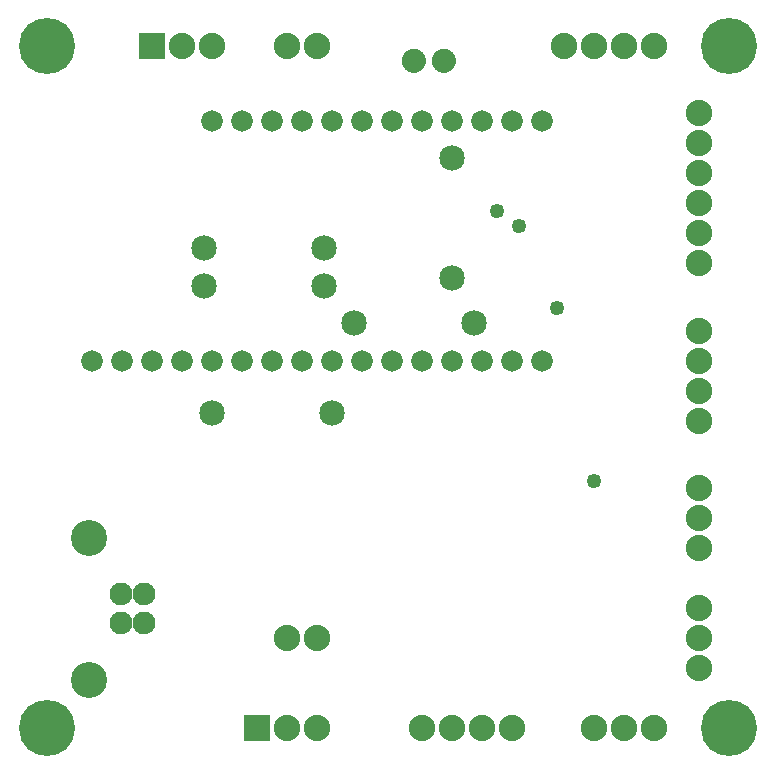
<source format=gts>
G04 MADE WITH FRITZING*
G04 WWW.FRITZING.ORG*
G04 DOUBLE SIDED*
G04 HOLES PLATED*
G04 CONTOUR ON CENTER OF CONTOUR VECTOR*
%ASAXBY*%
%FSLAX23Y23*%
%MOIN*%
%OFA0B0*%
%SFA1.0B1.0*%
%ADD10C,0.187165*%
%ADD11C,0.049370*%
%ADD12C,0.088000*%
%ADD13C,0.085000*%
%ADD14C,0.076000*%
%ADD15C,0.120000*%
%ADD16C,0.072000*%
%ADD17R,0.088000X0.088000*%
%ADD18R,0.001000X0.001000*%
%LNMASK1*%
G90*
G70*
G54D10*
X119Y125D03*
X119Y2400D03*
X2394Y125D03*
X2394Y2400D03*
G54D11*
X1944Y949D03*
X1819Y1525D03*
X1694Y1800D03*
X1619Y1850D03*
G54D12*
X919Y2400D03*
X1019Y2400D03*
X1019Y425D03*
X919Y425D03*
X2294Y325D03*
X2294Y425D03*
X2294Y525D03*
X2144Y125D03*
X2044Y125D03*
X1944Y125D03*
X2294Y725D03*
X2294Y825D03*
X2294Y925D03*
X1669Y125D03*
X1569Y125D03*
X1469Y125D03*
X1369Y125D03*
X2294Y1450D03*
X2294Y1350D03*
X2294Y1250D03*
X2294Y1150D03*
X2144Y2400D03*
X2044Y2400D03*
X1944Y2400D03*
X1844Y2400D03*
X2294Y2175D03*
X2294Y2075D03*
X2294Y1975D03*
X2294Y1875D03*
X2294Y1775D03*
X2294Y1675D03*
G54D13*
X1044Y1725D03*
X644Y1725D03*
X1044Y1600D03*
X644Y1600D03*
G54D12*
X469Y2400D03*
X569Y2400D03*
X669Y2400D03*
X819Y125D03*
X919Y125D03*
X1019Y125D03*
G54D14*
X444Y475D03*
X444Y573D03*
X366Y573D03*
X366Y475D03*
G54D15*
X259Y287D03*
X259Y761D03*
G54D14*
X444Y475D03*
X444Y573D03*
X366Y573D03*
X366Y475D03*
G54D15*
X259Y287D03*
X259Y761D03*
G54D16*
X1769Y1350D03*
X1669Y1350D03*
X1569Y1350D03*
X1469Y1350D03*
X1369Y1350D03*
X1269Y1350D03*
X1169Y1350D03*
X1069Y1350D03*
X969Y1350D03*
X869Y1350D03*
X769Y1350D03*
X669Y1350D03*
X569Y1350D03*
X469Y1350D03*
X369Y1350D03*
X269Y1350D03*
X669Y2150D03*
X769Y2150D03*
X869Y2150D03*
X969Y2150D03*
X1069Y2150D03*
X1169Y2150D03*
X1269Y2150D03*
X1369Y2150D03*
X1469Y2150D03*
X1569Y2150D03*
X1669Y2150D03*
X1769Y2150D03*
G54D13*
X669Y1175D03*
X1069Y1175D03*
X1469Y2025D03*
X1469Y1625D03*
X1144Y1475D03*
X1544Y1475D03*
G54D17*
X469Y2400D03*
X819Y125D03*
G54D18*
X1338Y2390D02*
X1349Y2390D01*
X1438Y2390D02*
X1449Y2390D01*
X1333Y2389D02*
X1354Y2389D01*
X1433Y2389D02*
X1454Y2389D01*
X1330Y2388D02*
X1357Y2388D01*
X1430Y2388D02*
X1457Y2388D01*
X1327Y2387D02*
X1360Y2387D01*
X1427Y2387D02*
X1460Y2387D01*
X1325Y2386D02*
X1362Y2386D01*
X1425Y2386D02*
X1462Y2386D01*
X1324Y2385D02*
X1363Y2385D01*
X1424Y2385D02*
X1463Y2385D01*
X1322Y2384D02*
X1365Y2384D01*
X1422Y2384D02*
X1465Y2384D01*
X1321Y2383D02*
X1366Y2383D01*
X1421Y2383D02*
X1466Y2383D01*
X1319Y2382D02*
X1368Y2382D01*
X1419Y2382D02*
X1468Y2382D01*
X1318Y2381D02*
X1369Y2381D01*
X1418Y2381D02*
X1469Y2381D01*
X1317Y2380D02*
X1370Y2380D01*
X1417Y2380D02*
X1470Y2380D01*
X1316Y2379D02*
X1371Y2379D01*
X1416Y2379D02*
X1471Y2379D01*
X1315Y2378D02*
X1372Y2378D01*
X1415Y2378D02*
X1472Y2378D01*
X1314Y2377D02*
X1373Y2377D01*
X1414Y2377D02*
X1473Y2377D01*
X1313Y2376D02*
X1374Y2376D01*
X1413Y2376D02*
X1474Y2376D01*
X1312Y2375D02*
X1375Y2375D01*
X1412Y2375D02*
X1475Y2375D01*
X1312Y2374D02*
X1375Y2374D01*
X1412Y2374D02*
X1475Y2374D01*
X1311Y2373D02*
X1376Y2373D01*
X1411Y2373D02*
X1476Y2373D01*
X1310Y2372D02*
X1377Y2372D01*
X1410Y2372D02*
X1477Y2372D01*
X1310Y2371D02*
X1377Y2371D01*
X1410Y2371D02*
X1477Y2371D01*
X1309Y2370D02*
X1378Y2370D01*
X1409Y2370D02*
X1478Y2370D01*
X1309Y2369D02*
X1378Y2369D01*
X1409Y2369D02*
X1478Y2369D01*
X1308Y2368D02*
X1379Y2368D01*
X1408Y2368D02*
X1479Y2368D01*
X1308Y2367D02*
X1379Y2367D01*
X1408Y2367D02*
X1479Y2367D01*
X1307Y2366D02*
X1380Y2366D01*
X1407Y2366D02*
X1480Y2366D01*
X1307Y2365D02*
X1380Y2365D01*
X1407Y2365D02*
X1480Y2365D01*
X1306Y2364D02*
X1381Y2364D01*
X1406Y2364D02*
X1481Y2364D01*
X1306Y2363D02*
X1381Y2363D01*
X1406Y2363D02*
X1481Y2363D01*
X1306Y2362D02*
X1381Y2362D01*
X1406Y2362D02*
X1481Y2362D01*
X1305Y2361D02*
X1382Y2361D01*
X1405Y2361D02*
X1482Y2361D01*
X1305Y2360D02*
X1382Y2360D01*
X1405Y2360D02*
X1482Y2360D01*
X1305Y2359D02*
X1382Y2359D01*
X1405Y2359D02*
X1482Y2359D01*
X1305Y2358D02*
X1382Y2358D01*
X1405Y2358D02*
X1482Y2358D01*
X1305Y2357D02*
X1382Y2357D01*
X1405Y2357D02*
X1482Y2357D01*
X1304Y2356D02*
X1383Y2356D01*
X1404Y2356D02*
X1483Y2356D01*
X1304Y2355D02*
X1383Y2355D01*
X1404Y2355D02*
X1483Y2355D01*
X1304Y2354D02*
X1383Y2354D01*
X1404Y2354D02*
X1483Y2354D01*
X1304Y2353D02*
X1383Y2353D01*
X1404Y2353D02*
X1483Y2353D01*
X1304Y2352D02*
X1383Y2352D01*
X1404Y2352D02*
X1483Y2352D01*
X1304Y2351D02*
X1383Y2351D01*
X1404Y2351D02*
X1483Y2351D01*
X1304Y2350D02*
X1383Y2350D01*
X1404Y2350D02*
X1483Y2350D01*
X1304Y2349D02*
X1383Y2349D01*
X1404Y2349D02*
X1483Y2349D01*
X1304Y2348D02*
X1383Y2348D01*
X1404Y2348D02*
X1483Y2348D01*
X1304Y2347D02*
X1383Y2347D01*
X1404Y2347D02*
X1483Y2347D01*
X1304Y2346D02*
X1383Y2346D01*
X1404Y2346D02*
X1483Y2346D01*
X1305Y2345D02*
X1383Y2345D01*
X1404Y2345D02*
X1482Y2345D01*
X1305Y2344D02*
X1382Y2344D01*
X1405Y2344D02*
X1482Y2344D01*
X1305Y2343D02*
X1382Y2343D01*
X1405Y2343D02*
X1482Y2343D01*
X1305Y2342D02*
X1382Y2342D01*
X1405Y2342D02*
X1482Y2342D01*
X1305Y2341D02*
X1382Y2341D01*
X1405Y2341D02*
X1482Y2341D01*
X1306Y2340D02*
X1381Y2340D01*
X1406Y2340D02*
X1481Y2340D01*
X1306Y2339D02*
X1381Y2339D01*
X1406Y2339D02*
X1481Y2339D01*
X1306Y2338D02*
X1381Y2338D01*
X1406Y2338D02*
X1481Y2338D01*
X1306Y2337D02*
X1381Y2337D01*
X1406Y2337D02*
X1481Y2337D01*
X1307Y2336D02*
X1380Y2336D01*
X1407Y2336D02*
X1480Y2336D01*
X1307Y2335D02*
X1380Y2335D01*
X1407Y2335D02*
X1480Y2335D01*
X1308Y2334D02*
X1379Y2334D01*
X1408Y2334D02*
X1479Y2334D01*
X1308Y2333D02*
X1379Y2333D01*
X1408Y2333D02*
X1479Y2333D01*
X1309Y2332D02*
X1378Y2332D01*
X1409Y2332D02*
X1478Y2332D01*
X1309Y2331D02*
X1378Y2331D01*
X1409Y2331D02*
X1478Y2331D01*
X1310Y2330D02*
X1377Y2330D01*
X1410Y2330D02*
X1477Y2330D01*
X1311Y2329D02*
X1377Y2329D01*
X1410Y2329D02*
X1477Y2329D01*
X1311Y2328D02*
X1376Y2328D01*
X1411Y2328D02*
X1476Y2328D01*
X1312Y2327D02*
X1375Y2327D01*
X1412Y2327D02*
X1475Y2327D01*
X1313Y2326D02*
X1374Y2326D01*
X1413Y2326D02*
X1474Y2326D01*
X1313Y2325D02*
X1374Y2325D01*
X1413Y2325D02*
X1474Y2325D01*
X1314Y2324D02*
X1373Y2324D01*
X1414Y2324D02*
X1473Y2324D01*
X1315Y2323D02*
X1372Y2323D01*
X1415Y2323D02*
X1472Y2323D01*
X1316Y2322D02*
X1371Y2322D01*
X1416Y2322D02*
X1471Y2322D01*
X1317Y2321D02*
X1370Y2321D01*
X1417Y2321D02*
X1470Y2321D01*
X1318Y2320D02*
X1369Y2320D01*
X1418Y2320D02*
X1469Y2320D01*
X1320Y2319D02*
X1367Y2319D01*
X1420Y2319D02*
X1467Y2319D01*
X1321Y2318D02*
X1366Y2318D01*
X1421Y2318D02*
X1466Y2318D01*
X1323Y2317D02*
X1364Y2317D01*
X1423Y2317D02*
X1464Y2317D01*
X1324Y2316D02*
X1363Y2316D01*
X1424Y2316D02*
X1463Y2316D01*
X1326Y2315D02*
X1361Y2315D01*
X1426Y2315D02*
X1461Y2315D01*
X1328Y2314D02*
X1359Y2314D01*
X1428Y2314D02*
X1459Y2314D01*
X1331Y2313D02*
X1356Y2313D01*
X1431Y2313D02*
X1456Y2313D01*
X1334Y2312D02*
X1353Y2312D01*
X1434Y2312D02*
X1453Y2312D01*
X1339Y2311D02*
X1348Y2311D01*
X1439Y2311D02*
X1448Y2311D01*
D02*
G04 End of Mask1*
M02*
</source>
